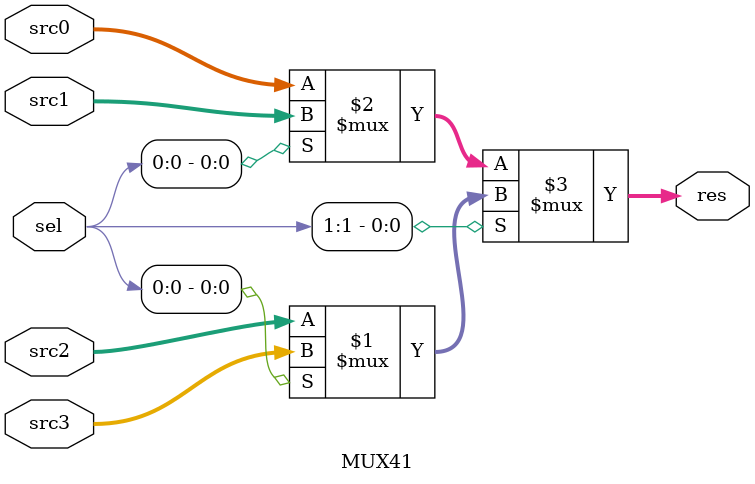
<source format=v>
module MUX41 # (
    parameter               WIDTH                   = 32
)(
    input                   [WIDTH-1 : 0]           src0, src1, src2, src3,
    input                   [      1 : 0]           sel,

    output                  [WIDTH-1 : 0]           res
);

assign res = sel[1] ? (sel[0] ? src3 : src2) : (sel[0] ? src1 : src0);

endmodule
</source>
